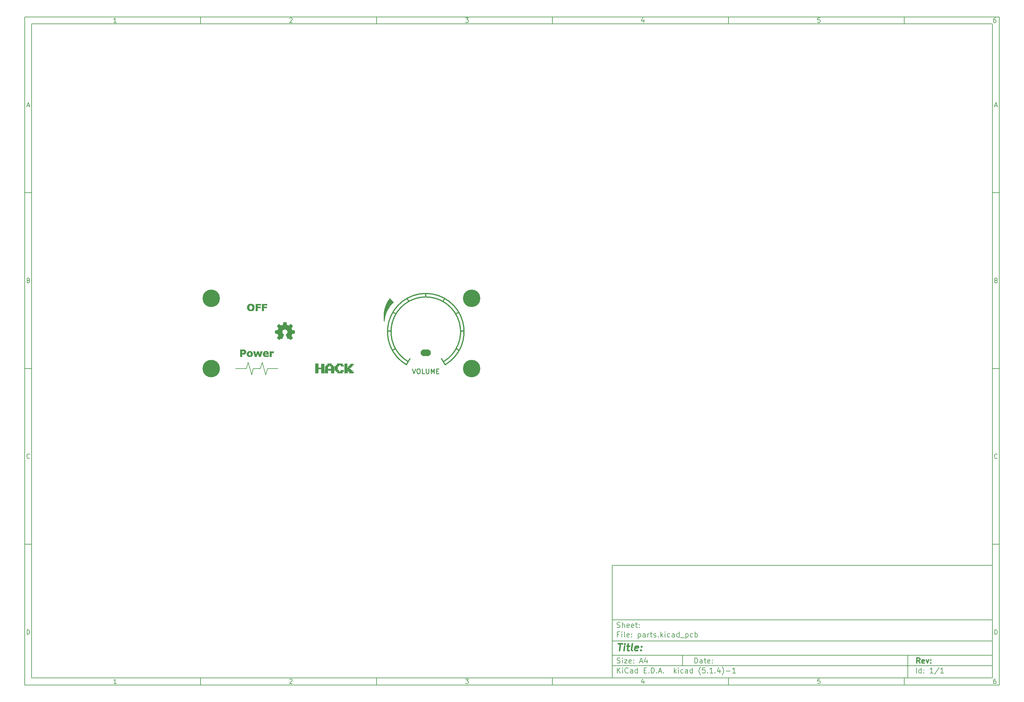
<source format=gts>
G04 #@! TF.GenerationSoftware,KiCad,Pcbnew,(5.1.4)-1*
G04 #@! TF.CreationDate,2020-02-22T21:07:06+08:00*
G04 #@! TF.ProjectId,parts,70617274-732e-46b6-9963-61645f706362,rev?*
G04 #@! TF.SameCoordinates,Original*
G04 #@! TF.FileFunction,Soldermask,Top*
G04 #@! TF.FilePolarity,Negative*
%FSLAX46Y46*%
G04 Gerber Fmt 4.6, Leading zero omitted, Abs format (unit mm)*
G04 Created by KiCad (PCBNEW (5.1.4)-1) date 2020-02-22 21:07:06*
%MOMM*%
%LPD*%
G04 APERTURE LIST*
%ADD10C,0.150000*%
%ADD11C,0.300000*%
%ADD12C,0.400000*%
%ADD13C,0.200000*%
%ADD14C,0.280000*%
%ADD15C,0.320000*%
%ADD16C,0.010000*%
%ADD17C,0.002540*%
%ADD18O,2.900000X1.900000*%
%ADD19C,1.000000*%
%ADD20C,4.960000*%
G04 APERTURE END LIST*
D10*
X177002200Y-166007200D02*
X177002200Y-198007200D01*
X285002200Y-198007200D01*
X285002200Y-166007200D01*
X177002200Y-166007200D01*
X10000000Y-10000000D02*
X10000000Y-200007200D01*
X287002200Y-200007200D01*
X287002200Y-10000000D01*
X10000000Y-10000000D01*
X12000000Y-12000000D02*
X12000000Y-198007200D01*
X285002200Y-198007200D01*
X285002200Y-12000000D01*
X12000000Y-12000000D01*
X60000000Y-12000000D02*
X60000000Y-10000000D01*
X110000000Y-12000000D02*
X110000000Y-10000000D01*
X160000000Y-12000000D02*
X160000000Y-10000000D01*
X210000000Y-12000000D02*
X210000000Y-10000000D01*
X260000000Y-12000000D02*
X260000000Y-10000000D01*
X36065476Y-11588095D02*
X35322619Y-11588095D01*
X35694047Y-11588095D02*
X35694047Y-10288095D01*
X35570238Y-10473809D01*
X35446428Y-10597619D01*
X35322619Y-10659523D01*
X85322619Y-10411904D02*
X85384523Y-10350000D01*
X85508333Y-10288095D01*
X85817857Y-10288095D01*
X85941666Y-10350000D01*
X86003571Y-10411904D01*
X86065476Y-10535714D01*
X86065476Y-10659523D01*
X86003571Y-10845238D01*
X85260714Y-11588095D01*
X86065476Y-11588095D01*
X135260714Y-10288095D02*
X136065476Y-10288095D01*
X135632142Y-10783333D01*
X135817857Y-10783333D01*
X135941666Y-10845238D01*
X136003571Y-10907142D01*
X136065476Y-11030952D01*
X136065476Y-11340476D01*
X136003571Y-11464285D01*
X135941666Y-11526190D01*
X135817857Y-11588095D01*
X135446428Y-11588095D01*
X135322619Y-11526190D01*
X135260714Y-11464285D01*
X185941666Y-10721428D02*
X185941666Y-11588095D01*
X185632142Y-10226190D02*
X185322619Y-11154761D01*
X186127380Y-11154761D01*
X236003571Y-10288095D02*
X235384523Y-10288095D01*
X235322619Y-10907142D01*
X235384523Y-10845238D01*
X235508333Y-10783333D01*
X235817857Y-10783333D01*
X235941666Y-10845238D01*
X236003571Y-10907142D01*
X236065476Y-11030952D01*
X236065476Y-11340476D01*
X236003571Y-11464285D01*
X235941666Y-11526190D01*
X235817857Y-11588095D01*
X235508333Y-11588095D01*
X235384523Y-11526190D01*
X235322619Y-11464285D01*
X285941666Y-10288095D02*
X285694047Y-10288095D01*
X285570238Y-10350000D01*
X285508333Y-10411904D01*
X285384523Y-10597619D01*
X285322619Y-10845238D01*
X285322619Y-11340476D01*
X285384523Y-11464285D01*
X285446428Y-11526190D01*
X285570238Y-11588095D01*
X285817857Y-11588095D01*
X285941666Y-11526190D01*
X286003571Y-11464285D01*
X286065476Y-11340476D01*
X286065476Y-11030952D01*
X286003571Y-10907142D01*
X285941666Y-10845238D01*
X285817857Y-10783333D01*
X285570238Y-10783333D01*
X285446428Y-10845238D01*
X285384523Y-10907142D01*
X285322619Y-11030952D01*
X60000000Y-198007200D02*
X60000000Y-200007200D01*
X110000000Y-198007200D02*
X110000000Y-200007200D01*
X160000000Y-198007200D02*
X160000000Y-200007200D01*
X210000000Y-198007200D02*
X210000000Y-200007200D01*
X260000000Y-198007200D02*
X260000000Y-200007200D01*
X36065476Y-199595295D02*
X35322619Y-199595295D01*
X35694047Y-199595295D02*
X35694047Y-198295295D01*
X35570238Y-198481009D01*
X35446428Y-198604819D01*
X35322619Y-198666723D01*
X85322619Y-198419104D02*
X85384523Y-198357200D01*
X85508333Y-198295295D01*
X85817857Y-198295295D01*
X85941666Y-198357200D01*
X86003571Y-198419104D01*
X86065476Y-198542914D01*
X86065476Y-198666723D01*
X86003571Y-198852438D01*
X85260714Y-199595295D01*
X86065476Y-199595295D01*
X135260714Y-198295295D02*
X136065476Y-198295295D01*
X135632142Y-198790533D01*
X135817857Y-198790533D01*
X135941666Y-198852438D01*
X136003571Y-198914342D01*
X136065476Y-199038152D01*
X136065476Y-199347676D01*
X136003571Y-199471485D01*
X135941666Y-199533390D01*
X135817857Y-199595295D01*
X135446428Y-199595295D01*
X135322619Y-199533390D01*
X135260714Y-199471485D01*
X185941666Y-198728628D02*
X185941666Y-199595295D01*
X185632142Y-198233390D02*
X185322619Y-199161961D01*
X186127380Y-199161961D01*
X236003571Y-198295295D02*
X235384523Y-198295295D01*
X235322619Y-198914342D01*
X235384523Y-198852438D01*
X235508333Y-198790533D01*
X235817857Y-198790533D01*
X235941666Y-198852438D01*
X236003571Y-198914342D01*
X236065476Y-199038152D01*
X236065476Y-199347676D01*
X236003571Y-199471485D01*
X235941666Y-199533390D01*
X235817857Y-199595295D01*
X235508333Y-199595295D01*
X235384523Y-199533390D01*
X235322619Y-199471485D01*
X285941666Y-198295295D02*
X285694047Y-198295295D01*
X285570238Y-198357200D01*
X285508333Y-198419104D01*
X285384523Y-198604819D01*
X285322619Y-198852438D01*
X285322619Y-199347676D01*
X285384523Y-199471485D01*
X285446428Y-199533390D01*
X285570238Y-199595295D01*
X285817857Y-199595295D01*
X285941666Y-199533390D01*
X286003571Y-199471485D01*
X286065476Y-199347676D01*
X286065476Y-199038152D01*
X286003571Y-198914342D01*
X285941666Y-198852438D01*
X285817857Y-198790533D01*
X285570238Y-198790533D01*
X285446428Y-198852438D01*
X285384523Y-198914342D01*
X285322619Y-199038152D01*
X10000000Y-60000000D02*
X12000000Y-60000000D01*
X10000000Y-110000000D02*
X12000000Y-110000000D01*
X10000000Y-160000000D02*
X12000000Y-160000000D01*
X10690476Y-35216666D02*
X11309523Y-35216666D01*
X10566666Y-35588095D02*
X11000000Y-34288095D01*
X11433333Y-35588095D01*
X11092857Y-84907142D02*
X11278571Y-84969047D01*
X11340476Y-85030952D01*
X11402380Y-85154761D01*
X11402380Y-85340476D01*
X11340476Y-85464285D01*
X11278571Y-85526190D01*
X11154761Y-85588095D01*
X10659523Y-85588095D01*
X10659523Y-84288095D01*
X11092857Y-84288095D01*
X11216666Y-84350000D01*
X11278571Y-84411904D01*
X11340476Y-84535714D01*
X11340476Y-84659523D01*
X11278571Y-84783333D01*
X11216666Y-84845238D01*
X11092857Y-84907142D01*
X10659523Y-84907142D01*
X11402380Y-135464285D02*
X11340476Y-135526190D01*
X11154761Y-135588095D01*
X11030952Y-135588095D01*
X10845238Y-135526190D01*
X10721428Y-135402380D01*
X10659523Y-135278571D01*
X10597619Y-135030952D01*
X10597619Y-134845238D01*
X10659523Y-134597619D01*
X10721428Y-134473809D01*
X10845238Y-134350000D01*
X11030952Y-134288095D01*
X11154761Y-134288095D01*
X11340476Y-134350000D01*
X11402380Y-134411904D01*
X10659523Y-185588095D02*
X10659523Y-184288095D01*
X10969047Y-184288095D01*
X11154761Y-184350000D01*
X11278571Y-184473809D01*
X11340476Y-184597619D01*
X11402380Y-184845238D01*
X11402380Y-185030952D01*
X11340476Y-185278571D01*
X11278571Y-185402380D01*
X11154761Y-185526190D01*
X10969047Y-185588095D01*
X10659523Y-185588095D01*
X287002200Y-60000000D02*
X285002200Y-60000000D01*
X287002200Y-110000000D02*
X285002200Y-110000000D01*
X287002200Y-160000000D02*
X285002200Y-160000000D01*
X285692676Y-35216666D02*
X286311723Y-35216666D01*
X285568866Y-35588095D02*
X286002200Y-34288095D01*
X286435533Y-35588095D01*
X286095057Y-84907142D02*
X286280771Y-84969047D01*
X286342676Y-85030952D01*
X286404580Y-85154761D01*
X286404580Y-85340476D01*
X286342676Y-85464285D01*
X286280771Y-85526190D01*
X286156961Y-85588095D01*
X285661723Y-85588095D01*
X285661723Y-84288095D01*
X286095057Y-84288095D01*
X286218866Y-84350000D01*
X286280771Y-84411904D01*
X286342676Y-84535714D01*
X286342676Y-84659523D01*
X286280771Y-84783333D01*
X286218866Y-84845238D01*
X286095057Y-84907142D01*
X285661723Y-84907142D01*
X286404580Y-135464285D02*
X286342676Y-135526190D01*
X286156961Y-135588095D01*
X286033152Y-135588095D01*
X285847438Y-135526190D01*
X285723628Y-135402380D01*
X285661723Y-135278571D01*
X285599819Y-135030952D01*
X285599819Y-134845238D01*
X285661723Y-134597619D01*
X285723628Y-134473809D01*
X285847438Y-134350000D01*
X286033152Y-134288095D01*
X286156961Y-134288095D01*
X286342676Y-134350000D01*
X286404580Y-134411904D01*
X285661723Y-185588095D02*
X285661723Y-184288095D01*
X285971247Y-184288095D01*
X286156961Y-184350000D01*
X286280771Y-184473809D01*
X286342676Y-184597619D01*
X286404580Y-184845238D01*
X286404580Y-185030952D01*
X286342676Y-185278571D01*
X286280771Y-185402380D01*
X286156961Y-185526190D01*
X285971247Y-185588095D01*
X285661723Y-185588095D01*
X200434342Y-193785771D02*
X200434342Y-192285771D01*
X200791485Y-192285771D01*
X201005771Y-192357200D01*
X201148628Y-192500057D01*
X201220057Y-192642914D01*
X201291485Y-192928628D01*
X201291485Y-193142914D01*
X201220057Y-193428628D01*
X201148628Y-193571485D01*
X201005771Y-193714342D01*
X200791485Y-193785771D01*
X200434342Y-193785771D01*
X202577200Y-193785771D02*
X202577200Y-193000057D01*
X202505771Y-192857200D01*
X202362914Y-192785771D01*
X202077200Y-192785771D01*
X201934342Y-192857200D01*
X202577200Y-193714342D02*
X202434342Y-193785771D01*
X202077200Y-193785771D01*
X201934342Y-193714342D01*
X201862914Y-193571485D01*
X201862914Y-193428628D01*
X201934342Y-193285771D01*
X202077200Y-193214342D01*
X202434342Y-193214342D01*
X202577200Y-193142914D01*
X203077200Y-192785771D02*
X203648628Y-192785771D01*
X203291485Y-192285771D02*
X203291485Y-193571485D01*
X203362914Y-193714342D01*
X203505771Y-193785771D01*
X203648628Y-193785771D01*
X204720057Y-193714342D02*
X204577200Y-193785771D01*
X204291485Y-193785771D01*
X204148628Y-193714342D01*
X204077200Y-193571485D01*
X204077200Y-193000057D01*
X204148628Y-192857200D01*
X204291485Y-192785771D01*
X204577200Y-192785771D01*
X204720057Y-192857200D01*
X204791485Y-193000057D01*
X204791485Y-193142914D01*
X204077200Y-193285771D01*
X205434342Y-193642914D02*
X205505771Y-193714342D01*
X205434342Y-193785771D01*
X205362914Y-193714342D01*
X205434342Y-193642914D01*
X205434342Y-193785771D01*
X205434342Y-192857200D02*
X205505771Y-192928628D01*
X205434342Y-193000057D01*
X205362914Y-192928628D01*
X205434342Y-192857200D01*
X205434342Y-193000057D01*
X177002200Y-194507200D02*
X285002200Y-194507200D01*
X178434342Y-196585771D02*
X178434342Y-195085771D01*
X179291485Y-196585771D02*
X178648628Y-195728628D01*
X179291485Y-195085771D02*
X178434342Y-195942914D01*
X179934342Y-196585771D02*
X179934342Y-195585771D01*
X179934342Y-195085771D02*
X179862914Y-195157200D01*
X179934342Y-195228628D01*
X180005771Y-195157200D01*
X179934342Y-195085771D01*
X179934342Y-195228628D01*
X181505771Y-196442914D02*
X181434342Y-196514342D01*
X181220057Y-196585771D01*
X181077200Y-196585771D01*
X180862914Y-196514342D01*
X180720057Y-196371485D01*
X180648628Y-196228628D01*
X180577200Y-195942914D01*
X180577200Y-195728628D01*
X180648628Y-195442914D01*
X180720057Y-195300057D01*
X180862914Y-195157200D01*
X181077200Y-195085771D01*
X181220057Y-195085771D01*
X181434342Y-195157200D01*
X181505771Y-195228628D01*
X182791485Y-196585771D02*
X182791485Y-195800057D01*
X182720057Y-195657200D01*
X182577200Y-195585771D01*
X182291485Y-195585771D01*
X182148628Y-195657200D01*
X182791485Y-196514342D02*
X182648628Y-196585771D01*
X182291485Y-196585771D01*
X182148628Y-196514342D01*
X182077200Y-196371485D01*
X182077200Y-196228628D01*
X182148628Y-196085771D01*
X182291485Y-196014342D01*
X182648628Y-196014342D01*
X182791485Y-195942914D01*
X184148628Y-196585771D02*
X184148628Y-195085771D01*
X184148628Y-196514342D02*
X184005771Y-196585771D01*
X183720057Y-196585771D01*
X183577200Y-196514342D01*
X183505771Y-196442914D01*
X183434342Y-196300057D01*
X183434342Y-195871485D01*
X183505771Y-195728628D01*
X183577200Y-195657200D01*
X183720057Y-195585771D01*
X184005771Y-195585771D01*
X184148628Y-195657200D01*
X186005771Y-195800057D02*
X186505771Y-195800057D01*
X186720057Y-196585771D02*
X186005771Y-196585771D01*
X186005771Y-195085771D01*
X186720057Y-195085771D01*
X187362914Y-196442914D02*
X187434342Y-196514342D01*
X187362914Y-196585771D01*
X187291485Y-196514342D01*
X187362914Y-196442914D01*
X187362914Y-196585771D01*
X188077200Y-196585771D02*
X188077200Y-195085771D01*
X188434342Y-195085771D01*
X188648628Y-195157200D01*
X188791485Y-195300057D01*
X188862914Y-195442914D01*
X188934342Y-195728628D01*
X188934342Y-195942914D01*
X188862914Y-196228628D01*
X188791485Y-196371485D01*
X188648628Y-196514342D01*
X188434342Y-196585771D01*
X188077200Y-196585771D01*
X189577200Y-196442914D02*
X189648628Y-196514342D01*
X189577200Y-196585771D01*
X189505771Y-196514342D01*
X189577200Y-196442914D01*
X189577200Y-196585771D01*
X190220057Y-196157200D02*
X190934342Y-196157200D01*
X190077200Y-196585771D02*
X190577200Y-195085771D01*
X191077200Y-196585771D01*
X191577200Y-196442914D02*
X191648628Y-196514342D01*
X191577200Y-196585771D01*
X191505771Y-196514342D01*
X191577200Y-196442914D01*
X191577200Y-196585771D01*
X194577200Y-196585771D02*
X194577200Y-195085771D01*
X194720057Y-196014342D02*
X195148628Y-196585771D01*
X195148628Y-195585771D02*
X194577200Y-196157200D01*
X195791485Y-196585771D02*
X195791485Y-195585771D01*
X195791485Y-195085771D02*
X195720057Y-195157200D01*
X195791485Y-195228628D01*
X195862914Y-195157200D01*
X195791485Y-195085771D01*
X195791485Y-195228628D01*
X197148628Y-196514342D02*
X197005771Y-196585771D01*
X196720057Y-196585771D01*
X196577200Y-196514342D01*
X196505771Y-196442914D01*
X196434342Y-196300057D01*
X196434342Y-195871485D01*
X196505771Y-195728628D01*
X196577200Y-195657200D01*
X196720057Y-195585771D01*
X197005771Y-195585771D01*
X197148628Y-195657200D01*
X198434342Y-196585771D02*
X198434342Y-195800057D01*
X198362914Y-195657200D01*
X198220057Y-195585771D01*
X197934342Y-195585771D01*
X197791485Y-195657200D01*
X198434342Y-196514342D02*
X198291485Y-196585771D01*
X197934342Y-196585771D01*
X197791485Y-196514342D01*
X197720057Y-196371485D01*
X197720057Y-196228628D01*
X197791485Y-196085771D01*
X197934342Y-196014342D01*
X198291485Y-196014342D01*
X198434342Y-195942914D01*
X199791485Y-196585771D02*
X199791485Y-195085771D01*
X199791485Y-196514342D02*
X199648628Y-196585771D01*
X199362914Y-196585771D01*
X199220057Y-196514342D01*
X199148628Y-196442914D01*
X199077200Y-196300057D01*
X199077200Y-195871485D01*
X199148628Y-195728628D01*
X199220057Y-195657200D01*
X199362914Y-195585771D01*
X199648628Y-195585771D01*
X199791485Y-195657200D01*
X202077200Y-197157200D02*
X202005771Y-197085771D01*
X201862914Y-196871485D01*
X201791485Y-196728628D01*
X201720057Y-196514342D01*
X201648628Y-196157200D01*
X201648628Y-195871485D01*
X201720057Y-195514342D01*
X201791485Y-195300057D01*
X201862914Y-195157200D01*
X202005771Y-194942914D01*
X202077200Y-194871485D01*
X203362914Y-195085771D02*
X202648628Y-195085771D01*
X202577200Y-195800057D01*
X202648628Y-195728628D01*
X202791485Y-195657200D01*
X203148628Y-195657200D01*
X203291485Y-195728628D01*
X203362914Y-195800057D01*
X203434342Y-195942914D01*
X203434342Y-196300057D01*
X203362914Y-196442914D01*
X203291485Y-196514342D01*
X203148628Y-196585771D01*
X202791485Y-196585771D01*
X202648628Y-196514342D01*
X202577200Y-196442914D01*
X204077200Y-196442914D02*
X204148628Y-196514342D01*
X204077200Y-196585771D01*
X204005771Y-196514342D01*
X204077200Y-196442914D01*
X204077200Y-196585771D01*
X205577200Y-196585771D02*
X204720057Y-196585771D01*
X205148628Y-196585771D02*
X205148628Y-195085771D01*
X205005771Y-195300057D01*
X204862914Y-195442914D01*
X204720057Y-195514342D01*
X206220057Y-196442914D02*
X206291485Y-196514342D01*
X206220057Y-196585771D01*
X206148628Y-196514342D01*
X206220057Y-196442914D01*
X206220057Y-196585771D01*
X207577200Y-195585771D02*
X207577200Y-196585771D01*
X207220057Y-195014342D02*
X206862914Y-196085771D01*
X207791485Y-196085771D01*
X208220057Y-197157200D02*
X208291485Y-197085771D01*
X208434342Y-196871485D01*
X208505771Y-196728628D01*
X208577200Y-196514342D01*
X208648628Y-196157200D01*
X208648628Y-195871485D01*
X208577200Y-195514342D01*
X208505771Y-195300057D01*
X208434342Y-195157200D01*
X208291485Y-194942914D01*
X208220057Y-194871485D01*
X209362914Y-196014342D02*
X210505771Y-196014342D01*
X212005771Y-196585771D02*
X211148628Y-196585771D01*
X211577200Y-196585771D02*
X211577200Y-195085771D01*
X211434342Y-195300057D01*
X211291485Y-195442914D01*
X211148628Y-195514342D01*
X177002200Y-191507200D02*
X285002200Y-191507200D01*
D11*
X264411485Y-193785771D02*
X263911485Y-193071485D01*
X263554342Y-193785771D02*
X263554342Y-192285771D01*
X264125771Y-192285771D01*
X264268628Y-192357200D01*
X264340057Y-192428628D01*
X264411485Y-192571485D01*
X264411485Y-192785771D01*
X264340057Y-192928628D01*
X264268628Y-193000057D01*
X264125771Y-193071485D01*
X263554342Y-193071485D01*
X265625771Y-193714342D02*
X265482914Y-193785771D01*
X265197200Y-193785771D01*
X265054342Y-193714342D01*
X264982914Y-193571485D01*
X264982914Y-193000057D01*
X265054342Y-192857200D01*
X265197200Y-192785771D01*
X265482914Y-192785771D01*
X265625771Y-192857200D01*
X265697200Y-193000057D01*
X265697200Y-193142914D01*
X264982914Y-193285771D01*
X266197200Y-192785771D02*
X266554342Y-193785771D01*
X266911485Y-192785771D01*
X267482914Y-193642914D02*
X267554342Y-193714342D01*
X267482914Y-193785771D01*
X267411485Y-193714342D01*
X267482914Y-193642914D01*
X267482914Y-193785771D01*
X267482914Y-192857200D02*
X267554342Y-192928628D01*
X267482914Y-193000057D01*
X267411485Y-192928628D01*
X267482914Y-192857200D01*
X267482914Y-193000057D01*
D10*
X178362914Y-193714342D02*
X178577200Y-193785771D01*
X178934342Y-193785771D01*
X179077200Y-193714342D01*
X179148628Y-193642914D01*
X179220057Y-193500057D01*
X179220057Y-193357200D01*
X179148628Y-193214342D01*
X179077200Y-193142914D01*
X178934342Y-193071485D01*
X178648628Y-193000057D01*
X178505771Y-192928628D01*
X178434342Y-192857200D01*
X178362914Y-192714342D01*
X178362914Y-192571485D01*
X178434342Y-192428628D01*
X178505771Y-192357200D01*
X178648628Y-192285771D01*
X179005771Y-192285771D01*
X179220057Y-192357200D01*
X179862914Y-193785771D02*
X179862914Y-192785771D01*
X179862914Y-192285771D02*
X179791485Y-192357200D01*
X179862914Y-192428628D01*
X179934342Y-192357200D01*
X179862914Y-192285771D01*
X179862914Y-192428628D01*
X180434342Y-192785771D02*
X181220057Y-192785771D01*
X180434342Y-193785771D01*
X181220057Y-193785771D01*
X182362914Y-193714342D02*
X182220057Y-193785771D01*
X181934342Y-193785771D01*
X181791485Y-193714342D01*
X181720057Y-193571485D01*
X181720057Y-193000057D01*
X181791485Y-192857200D01*
X181934342Y-192785771D01*
X182220057Y-192785771D01*
X182362914Y-192857200D01*
X182434342Y-193000057D01*
X182434342Y-193142914D01*
X181720057Y-193285771D01*
X183077200Y-193642914D02*
X183148628Y-193714342D01*
X183077200Y-193785771D01*
X183005771Y-193714342D01*
X183077200Y-193642914D01*
X183077200Y-193785771D01*
X183077200Y-192857200D02*
X183148628Y-192928628D01*
X183077200Y-193000057D01*
X183005771Y-192928628D01*
X183077200Y-192857200D01*
X183077200Y-193000057D01*
X184862914Y-193357200D02*
X185577200Y-193357200D01*
X184720057Y-193785771D02*
X185220057Y-192285771D01*
X185720057Y-193785771D01*
X186862914Y-192785771D02*
X186862914Y-193785771D01*
X186505771Y-192214342D02*
X186148628Y-193285771D01*
X187077200Y-193285771D01*
X263434342Y-196585771D02*
X263434342Y-195085771D01*
X264791485Y-196585771D02*
X264791485Y-195085771D01*
X264791485Y-196514342D02*
X264648628Y-196585771D01*
X264362914Y-196585771D01*
X264220057Y-196514342D01*
X264148628Y-196442914D01*
X264077200Y-196300057D01*
X264077200Y-195871485D01*
X264148628Y-195728628D01*
X264220057Y-195657200D01*
X264362914Y-195585771D01*
X264648628Y-195585771D01*
X264791485Y-195657200D01*
X265505771Y-196442914D02*
X265577200Y-196514342D01*
X265505771Y-196585771D01*
X265434342Y-196514342D01*
X265505771Y-196442914D01*
X265505771Y-196585771D01*
X265505771Y-195657200D02*
X265577200Y-195728628D01*
X265505771Y-195800057D01*
X265434342Y-195728628D01*
X265505771Y-195657200D01*
X265505771Y-195800057D01*
X268148628Y-196585771D02*
X267291485Y-196585771D01*
X267720057Y-196585771D02*
X267720057Y-195085771D01*
X267577200Y-195300057D01*
X267434342Y-195442914D01*
X267291485Y-195514342D01*
X269862914Y-195014342D02*
X268577200Y-196942914D01*
X271148628Y-196585771D02*
X270291485Y-196585771D01*
X270720057Y-196585771D02*
X270720057Y-195085771D01*
X270577200Y-195300057D01*
X270434342Y-195442914D01*
X270291485Y-195514342D01*
X177002200Y-187507200D02*
X285002200Y-187507200D01*
D12*
X178714580Y-188211961D02*
X179857438Y-188211961D01*
X179036009Y-190211961D02*
X179286009Y-188211961D01*
X180274104Y-190211961D02*
X180440771Y-188878628D01*
X180524104Y-188211961D02*
X180416961Y-188307200D01*
X180500295Y-188402438D01*
X180607438Y-188307200D01*
X180524104Y-188211961D01*
X180500295Y-188402438D01*
X181107438Y-188878628D02*
X181869342Y-188878628D01*
X181476485Y-188211961D02*
X181262200Y-189926247D01*
X181333628Y-190116723D01*
X181512200Y-190211961D01*
X181702676Y-190211961D01*
X182655057Y-190211961D02*
X182476485Y-190116723D01*
X182405057Y-189926247D01*
X182619342Y-188211961D01*
X184190771Y-190116723D02*
X183988390Y-190211961D01*
X183607438Y-190211961D01*
X183428866Y-190116723D01*
X183357438Y-189926247D01*
X183452676Y-189164342D01*
X183571723Y-188973866D01*
X183774104Y-188878628D01*
X184155057Y-188878628D01*
X184333628Y-188973866D01*
X184405057Y-189164342D01*
X184381247Y-189354819D01*
X183405057Y-189545295D01*
X185155057Y-190021485D02*
X185238390Y-190116723D01*
X185131247Y-190211961D01*
X185047914Y-190116723D01*
X185155057Y-190021485D01*
X185131247Y-190211961D01*
X185286009Y-188973866D02*
X185369342Y-189069104D01*
X185262200Y-189164342D01*
X185178866Y-189069104D01*
X185286009Y-188973866D01*
X185262200Y-189164342D01*
D10*
X178934342Y-185600057D02*
X178434342Y-185600057D01*
X178434342Y-186385771D02*
X178434342Y-184885771D01*
X179148628Y-184885771D01*
X179720057Y-186385771D02*
X179720057Y-185385771D01*
X179720057Y-184885771D02*
X179648628Y-184957200D01*
X179720057Y-185028628D01*
X179791485Y-184957200D01*
X179720057Y-184885771D01*
X179720057Y-185028628D01*
X180648628Y-186385771D02*
X180505771Y-186314342D01*
X180434342Y-186171485D01*
X180434342Y-184885771D01*
X181791485Y-186314342D02*
X181648628Y-186385771D01*
X181362914Y-186385771D01*
X181220057Y-186314342D01*
X181148628Y-186171485D01*
X181148628Y-185600057D01*
X181220057Y-185457200D01*
X181362914Y-185385771D01*
X181648628Y-185385771D01*
X181791485Y-185457200D01*
X181862914Y-185600057D01*
X181862914Y-185742914D01*
X181148628Y-185885771D01*
X182505771Y-186242914D02*
X182577200Y-186314342D01*
X182505771Y-186385771D01*
X182434342Y-186314342D01*
X182505771Y-186242914D01*
X182505771Y-186385771D01*
X182505771Y-185457200D02*
X182577200Y-185528628D01*
X182505771Y-185600057D01*
X182434342Y-185528628D01*
X182505771Y-185457200D01*
X182505771Y-185600057D01*
X184362914Y-185385771D02*
X184362914Y-186885771D01*
X184362914Y-185457200D02*
X184505771Y-185385771D01*
X184791485Y-185385771D01*
X184934342Y-185457200D01*
X185005771Y-185528628D01*
X185077200Y-185671485D01*
X185077200Y-186100057D01*
X185005771Y-186242914D01*
X184934342Y-186314342D01*
X184791485Y-186385771D01*
X184505771Y-186385771D01*
X184362914Y-186314342D01*
X186362914Y-186385771D02*
X186362914Y-185600057D01*
X186291485Y-185457200D01*
X186148628Y-185385771D01*
X185862914Y-185385771D01*
X185720057Y-185457200D01*
X186362914Y-186314342D02*
X186220057Y-186385771D01*
X185862914Y-186385771D01*
X185720057Y-186314342D01*
X185648628Y-186171485D01*
X185648628Y-186028628D01*
X185720057Y-185885771D01*
X185862914Y-185814342D01*
X186220057Y-185814342D01*
X186362914Y-185742914D01*
X187077200Y-186385771D02*
X187077200Y-185385771D01*
X187077200Y-185671485D02*
X187148628Y-185528628D01*
X187220057Y-185457200D01*
X187362914Y-185385771D01*
X187505771Y-185385771D01*
X187791485Y-185385771D02*
X188362914Y-185385771D01*
X188005771Y-184885771D02*
X188005771Y-186171485D01*
X188077200Y-186314342D01*
X188220057Y-186385771D01*
X188362914Y-186385771D01*
X188791485Y-186314342D02*
X188934342Y-186385771D01*
X189220057Y-186385771D01*
X189362914Y-186314342D01*
X189434342Y-186171485D01*
X189434342Y-186100057D01*
X189362914Y-185957200D01*
X189220057Y-185885771D01*
X189005771Y-185885771D01*
X188862914Y-185814342D01*
X188791485Y-185671485D01*
X188791485Y-185600057D01*
X188862914Y-185457200D01*
X189005771Y-185385771D01*
X189220057Y-185385771D01*
X189362914Y-185457200D01*
X190077200Y-186242914D02*
X190148628Y-186314342D01*
X190077200Y-186385771D01*
X190005771Y-186314342D01*
X190077200Y-186242914D01*
X190077200Y-186385771D01*
X190791485Y-186385771D02*
X190791485Y-184885771D01*
X190934342Y-185814342D02*
X191362914Y-186385771D01*
X191362914Y-185385771D02*
X190791485Y-185957200D01*
X192005771Y-186385771D02*
X192005771Y-185385771D01*
X192005771Y-184885771D02*
X191934342Y-184957200D01*
X192005771Y-185028628D01*
X192077200Y-184957200D01*
X192005771Y-184885771D01*
X192005771Y-185028628D01*
X193362914Y-186314342D02*
X193220057Y-186385771D01*
X192934342Y-186385771D01*
X192791485Y-186314342D01*
X192720057Y-186242914D01*
X192648628Y-186100057D01*
X192648628Y-185671485D01*
X192720057Y-185528628D01*
X192791485Y-185457200D01*
X192934342Y-185385771D01*
X193220057Y-185385771D01*
X193362914Y-185457200D01*
X194648628Y-186385771D02*
X194648628Y-185600057D01*
X194577200Y-185457200D01*
X194434342Y-185385771D01*
X194148628Y-185385771D01*
X194005771Y-185457200D01*
X194648628Y-186314342D02*
X194505771Y-186385771D01*
X194148628Y-186385771D01*
X194005771Y-186314342D01*
X193934342Y-186171485D01*
X193934342Y-186028628D01*
X194005771Y-185885771D01*
X194148628Y-185814342D01*
X194505771Y-185814342D01*
X194648628Y-185742914D01*
X196005771Y-186385771D02*
X196005771Y-184885771D01*
X196005771Y-186314342D02*
X195862914Y-186385771D01*
X195577200Y-186385771D01*
X195434342Y-186314342D01*
X195362914Y-186242914D01*
X195291485Y-186100057D01*
X195291485Y-185671485D01*
X195362914Y-185528628D01*
X195434342Y-185457200D01*
X195577200Y-185385771D01*
X195862914Y-185385771D01*
X196005771Y-185457200D01*
X196362914Y-186528628D02*
X197505771Y-186528628D01*
X197862914Y-185385771D02*
X197862914Y-186885771D01*
X197862914Y-185457200D02*
X198005771Y-185385771D01*
X198291485Y-185385771D01*
X198434342Y-185457200D01*
X198505771Y-185528628D01*
X198577200Y-185671485D01*
X198577200Y-186100057D01*
X198505771Y-186242914D01*
X198434342Y-186314342D01*
X198291485Y-186385771D01*
X198005771Y-186385771D01*
X197862914Y-186314342D01*
X199862914Y-186314342D02*
X199720057Y-186385771D01*
X199434342Y-186385771D01*
X199291485Y-186314342D01*
X199220057Y-186242914D01*
X199148628Y-186100057D01*
X199148628Y-185671485D01*
X199220057Y-185528628D01*
X199291485Y-185457200D01*
X199434342Y-185385771D01*
X199720057Y-185385771D01*
X199862914Y-185457200D01*
X200505771Y-186385771D02*
X200505771Y-184885771D01*
X200505771Y-185457200D02*
X200648628Y-185385771D01*
X200934342Y-185385771D01*
X201077200Y-185457200D01*
X201148628Y-185528628D01*
X201220057Y-185671485D01*
X201220057Y-186100057D01*
X201148628Y-186242914D01*
X201077200Y-186314342D01*
X200934342Y-186385771D01*
X200648628Y-186385771D01*
X200505771Y-186314342D01*
X177002200Y-181507200D02*
X285002200Y-181507200D01*
X178362914Y-183614342D02*
X178577200Y-183685771D01*
X178934342Y-183685771D01*
X179077200Y-183614342D01*
X179148628Y-183542914D01*
X179220057Y-183400057D01*
X179220057Y-183257200D01*
X179148628Y-183114342D01*
X179077200Y-183042914D01*
X178934342Y-182971485D01*
X178648628Y-182900057D01*
X178505771Y-182828628D01*
X178434342Y-182757200D01*
X178362914Y-182614342D01*
X178362914Y-182471485D01*
X178434342Y-182328628D01*
X178505771Y-182257200D01*
X178648628Y-182185771D01*
X179005771Y-182185771D01*
X179220057Y-182257200D01*
X179862914Y-183685771D02*
X179862914Y-182185771D01*
X180505771Y-183685771D02*
X180505771Y-182900057D01*
X180434342Y-182757200D01*
X180291485Y-182685771D01*
X180077200Y-182685771D01*
X179934342Y-182757200D01*
X179862914Y-182828628D01*
X181791485Y-183614342D02*
X181648628Y-183685771D01*
X181362914Y-183685771D01*
X181220057Y-183614342D01*
X181148628Y-183471485D01*
X181148628Y-182900057D01*
X181220057Y-182757200D01*
X181362914Y-182685771D01*
X181648628Y-182685771D01*
X181791485Y-182757200D01*
X181862914Y-182900057D01*
X181862914Y-183042914D01*
X181148628Y-183185771D01*
X183077200Y-183614342D02*
X182934342Y-183685771D01*
X182648628Y-183685771D01*
X182505771Y-183614342D01*
X182434342Y-183471485D01*
X182434342Y-182900057D01*
X182505771Y-182757200D01*
X182648628Y-182685771D01*
X182934342Y-182685771D01*
X183077200Y-182757200D01*
X183148628Y-182900057D01*
X183148628Y-183042914D01*
X182434342Y-183185771D01*
X183577200Y-182685771D02*
X184148628Y-182685771D01*
X183791485Y-182185771D02*
X183791485Y-183471485D01*
X183862914Y-183614342D01*
X184005771Y-183685771D01*
X184148628Y-183685771D01*
X184648628Y-183542914D02*
X184720057Y-183614342D01*
X184648628Y-183685771D01*
X184577200Y-183614342D01*
X184648628Y-183542914D01*
X184648628Y-183685771D01*
X184648628Y-182757200D02*
X184720057Y-182828628D01*
X184648628Y-182900057D01*
X184577200Y-182828628D01*
X184648628Y-182757200D01*
X184648628Y-182900057D01*
X197002200Y-191507200D02*
X197002200Y-194507200D01*
X261002200Y-191507200D02*
X261002200Y-198007200D01*
D13*
X79000000Y-110000000D02*
X82000000Y-110000000D01*
X77000000Y-110000000D02*
X77500000Y-108200000D01*
X77500000Y-108200000D02*
X78500000Y-111800000D01*
X78500000Y-111800000D02*
X79000000Y-110000000D01*
X74500000Y-111800000D02*
X75000000Y-110000000D01*
X75000000Y-110000000D02*
X77000000Y-110000000D01*
X73500000Y-108200000D02*
X74500000Y-111800000D01*
X73000000Y-110000000D02*
X73500000Y-108200000D01*
X70000000Y-110000000D02*
X73000000Y-110000000D01*
D14*
X120179047Y-110055238D02*
X120632380Y-111415238D01*
X121085714Y-110055238D01*
X121798095Y-110055238D02*
X122057142Y-110055238D01*
X122186666Y-110120000D01*
X122316190Y-110249523D01*
X122380952Y-110508571D01*
X122380952Y-110961904D01*
X122316190Y-111220952D01*
X122186666Y-111350476D01*
X122057142Y-111415238D01*
X121798095Y-111415238D01*
X121668571Y-111350476D01*
X121539047Y-111220952D01*
X121474285Y-110961904D01*
X121474285Y-110508571D01*
X121539047Y-110249523D01*
X121668571Y-110120000D01*
X121798095Y-110055238D01*
X123611428Y-111415238D02*
X122963809Y-111415238D01*
X122963809Y-110055238D01*
X124064761Y-110055238D02*
X124064761Y-111156190D01*
X124129523Y-111285714D01*
X124194285Y-111350476D01*
X124323809Y-111415238D01*
X124582857Y-111415238D01*
X124712380Y-111350476D01*
X124777142Y-111285714D01*
X124841904Y-111156190D01*
X124841904Y-110055238D01*
X125489523Y-111415238D02*
X125489523Y-110055238D01*
X125942857Y-111026666D01*
X126396190Y-110055238D01*
X126396190Y-111415238D01*
X127043809Y-110702857D02*
X127497142Y-110702857D01*
X127691428Y-111415238D02*
X127043809Y-111415238D01*
X127043809Y-110055238D01*
X127691428Y-110055238D01*
D15*
X129011092Y-108053493D02*
G75*
G03X119000000Y-108060000I-5011092J8528493D01*
G01*
D11*
X132633840Y-104363840D02*
X133486279Y-104863333D01*
X132503840Y-94471160D02*
X133356279Y-93983333D01*
X128870000Y-90920000D02*
X129360000Y-90076666D01*
X119120000Y-90900000D02*
X118630000Y-90056666D01*
X115496160Y-94471160D02*
X114643721Y-93983333D01*
X115366160Y-104353840D02*
X114513721Y-104853333D01*
D15*
X129501488Y-108919130D02*
G75*
G03X118500000Y-108920000I-5501488J9394130D01*
G01*
D11*
X133892420Y-99383333D02*
X134880000Y-99383333D01*
D15*
X128500000Y-107180000D02*
X129490000Y-108910000D01*
X119500000Y-107180000D02*
X118510000Y-108910000D01*
D11*
X124000000Y-89630000D02*
X124000000Y-88650000D01*
X114117580Y-99383333D02*
X113130000Y-99383333D01*
D16*
G36*
X93392600Y-109716106D02*
G01*
X94281318Y-109716106D01*
X94284634Y-109164658D01*
X94287950Y-108613211D01*
X95126150Y-108613211D01*
X95129387Y-109926658D01*
X95132624Y-111240106D01*
X94307000Y-111240106D01*
X94307000Y-110117158D01*
X93418000Y-110117158D01*
X93418000Y-111240106D01*
X92579800Y-111240106D01*
X92579800Y-108606527D01*
X93392600Y-108606527D01*
X93392600Y-109716106D01*
X93392600Y-109716106D01*
G37*
X93392600Y-109716106D02*
X94281318Y-109716106D01*
X94284634Y-109164658D01*
X94287950Y-108613211D01*
X95126150Y-108613211D01*
X95129387Y-109926658D01*
X95132624Y-111240106D01*
X94307000Y-111240106D01*
X94307000Y-110117158D01*
X93418000Y-110117158D01*
X93418000Y-111240106D01*
X92579800Y-111240106D01*
X92579800Y-108606527D01*
X93392600Y-108606527D01*
X93392600Y-109716106D01*
G36*
X97164500Y-108967474D02*
G01*
X97532800Y-108967474D01*
X97532800Y-109341035D01*
X97707425Y-109344755D01*
X97882050Y-109348474D01*
X97888570Y-111240106D01*
X97062900Y-111240106D01*
X97062900Y-110504842D01*
X96148500Y-110504842D01*
X96148500Y-111240106D01*
X95322828Y-111240106D01*
X95329280Y-109381895D01*
X96161200Y-109381895D01*
X96161200Y-110103790D01*
X97050200Y-110103790D01*
X97050200Y-109368527D01*
X96707300Y-109368527D01*
X96707300Y-109007579D01*
X96491400Y-109007579D01*
X96491400Y-109381895D01*
X96161200Y-109381895D01*
X95329280Y-109381895D01*
X95329350Y-109361842D01*
X95490919Y-109358104D01*
X95652488Y-109354365D01*
X95659550Y-108987527D01*
X95840525Y-108983817D01*
X96021500Y-108980108D01*
X96021500Y-108606527D01*
X97164500Y-108606527D01*
X97164500Y-108967474D01*
X97164500Y-108967474D01*
G37*
X97164500Y-108967474D02*
X97532800Y-108967474D01*
X97532800Y-109341035D01*
X97707425Y-109344755D01*
X97882050Y-109348474D01*
X97888570Y-111240106D01*
X97062900Y-111240106D01*
X97062900Y-110504842D01*
X96148500Y-110504842D01*
X96148500Y-111240106D01*
X95322828Y-111240106D01*
X95329280Y-109381895D01*
X96161200Y-109381895D01*
X96161200Y-110103790D01*
X97050200Y-110103790D01*
X97050200Y-109368527D01*
X96707300Y-109368527D01*
X96707300Y-109007579D01*
X96491400Y-109007579D01*
X96491400Y-109381895D01*
X96161200Y-109381895D01*
X95329280Y-109381895D01*
X95329350Y-109361842D01*
X95490919Y-109358104D01*
X95652488Y-109354365D01*
X95659550Y-108987527D01*
X95840525Y-108983817D01*
X96021500Y-108980108D01*
X96021500Y-108606527D01*
X97164500Y-108606527D01*
X97164500Y-108967474D01*
G36*
X100301400Y-108953330D02*
G01*
X100637950Y-108960790D01*
X100641464Y-109157974D01*
X100644979Y-109355158D01*
X99818800Y-109355158D01*
X99818800Y-109007579D01*
X99272700Y-109007579D01*
X99272700Y-109355158D01*
X98917100Y-109355158D01*
X98917100Y-110464737D01*
X99260000Y-110464737D01*
X99260000Y-110839053D01*
X99792683Y-110839053D01*
X99796216Y-110655237D01*
X99799750Y-110471421D01*
X100637950Y-110471421D01*
X100641464Y-110668606D01*
X100644979Y-110865790D01*
X100301400Y-110865790D01*
X100301400Y-111240106D01*
X98802800Y-111240106D01*
X98802800Y-110892527D01*
X98434500Y-110892527D01*
X98434500Y-110491474D01*
X98078630Y-110491474D01*
X98085250Y-109335106D01*
X98408346Y-109327628D01*
X98411898Y-109157578D01*
X98415450Y-108987527D01*
X98583725Y-108983796D01*
X98752000Y-108980066D01*
X98752000Y-108606527D01*
X100301400Y-108606527D01*
X100301400Y-108953330D01*
X100301400Y-108953330D01*
G37*
X100301400Y-108953330D02*
X100637950Y-108960790D01*
X100641464Y-109157974D01*
X100644979Y-109355158D01*
X99818800Y-109355158D01*
X99818800Y-109007579D01*
X99272700Y-109007579D01*
X99272700Y-109355158D01*
X98917100Y-109355158D01*
X98917100Y-110464737D01*
X99260000Y-110464737D01*
X99260000Y-110839053D01*
X99792683Y-110839053D01*
X99796216Y-110655237D01*
X99799750Y-110471421D01*
X100637950Y-110471421D01*
X100641464Y-110668606D01*
X100644979Y-110865790D01*
X100301400Y-110865790D01*
X100301400Y-111240106D01*
X98802800Y-111240106D01*
X98802800Y-110892527D01*
X98434500Y-110892527D01*
X98434500Y-110491474D01*
X98078630Y-110491474D01*
X98085250Y-109335106D01*
X98408346Y-109327628D01*
X98411898Y-109157578D01*
X98415450Y-108987527D01*
X98583725Y-108983796D01*
X98752000Y-108980066D01*
X98752000Y-108606527D01*
X100301400Y-108606527D01*
X100301400Y-108953330D01*
G36*
X101660300Y-109729474D02*
G01*
X101863500Y-109729474D01*
X101863500Y-109355158D01*
X102206400Y-109355158D01*
X102206400Y-108980842D01*
X102548583Y-108980842D01*
X102552116Y-108797027D01*
X102555650Y-108613211D01*
X103393850Y-108613211D01*
X103397364Y-108810395D01*
X103400879Y-109007579D01*
X103070000Y-109007579D01*
X103070000Y-109381895D01*
X102727100Y-109381895D01*
X102727100Y-109756211D01*
X102333400Y-109756211D01*
X102333400Y-110077053D01*
X102676300Y-110077053D01*
X102676300Y-110464737D01*
X103057300Y-110464737D01*
X103057300Y-110838277D01*
X103393850Y-110845737D01*
X103397364Y-111042921D01*
X103400879Y-111240106D01*
X102219100Y-111240106D01*
X102219100Y-110892527D01*
X101876200Y-110892527D01*
X101876200Y-110504842D01*
X101685700Y-110504842D01*
X101685700Y-111240106D01*
X100834675Y-111240106D01*
X100837912Y-109926658D01*
X100841150Y-108613211D01*
X101250725Y-108609684D01*
X101660300Y-108606156D01*
X101660300Y-109729474D01*
X101660300Y-109729474D01*
G37*
X101660300Y-109729474D02*
X101863500Y-109729474D01*
X101863500Y-109355158D01*
X102206400Y-109355158D01*
X102206400Y-108980842D01*
X102548583Y-108980842D01*
X102552116Y-108797027D01*
X102555650Y-108613211D01*
X103393850Y-108613211D01*
X103397364Y-108810395D01*
X103400879Y-109007579D01*
X103070000Y-109007579D01*
X103070000Y-109381895D01*
X102727100Y-109381895D01*
X102727100Y-109756211D01*
X102333400Y-109756211D01*
X102333400Y-110077053D01*
X102676300Y-110077053D01*
X102676300Y-110464737D01*
X103057300Y-110464737D01*
X103057300Y-110838277D01*
X103393850Y-110845737D01*
X103397364Y-111042921D01*
X103400879Y-111240106D01*
X102219100Y-111240106D01*
X102219100Y-110892527D01*
X101876200Y-110892527D01*
X101876200Y-110504842D01*
X101685700Y-110504842D01*
X101685700Y-111240106D01*
X100834675Y-111240106D01*
X100837912Y-109926658D01*
X100841150Y-108613211D01*
X101250725Y-108609684D01*
X101660300Y-108606156D01*
X101660300Y-109729474D01*
G36*
X74217872Y-105065330D02*
G01*
X74389678Y-105136733D01*
X74541123Y-105244812D01*
X74663746Y-105390139D01*
X74693457Y-105440729D01*
X74723589Y-105506636D01*
X74742362Y-105578036D01*
X74752223Y-105670740D01*
X74755618Y-105800556D01*
X74755743Y-105843131D01*
X74748951Y-106024503D01*
X74724741Y-106164818D01*
X74677367Y-106279025D01*
X74601080Y-106382070D01*
X74516389Y-106465596D01*
X74367120Y-106564593D01*
X74184452Y-106628852D01*
X73981907Y-106656360D01*
X73773009Y-106645102D01*
X73597297Y-106602439D01*
X73429251Y-106516202D01*
X73293447Y-106388408D01*
X73193115Y-106226810D01*
X73131490Y-106039157D01*
X73111803Y-105833201D01*
X73122332Y-105743743D01*
X73630665Y-105743743D01*
X73632421Y-105939140D01*
X73634670Y-105962739D01*
X73667340Y-106118961D01*
X73727570Y-106228601D01*
X73806341Y-106286212D01*
X73920460Y-106311218D01*
X74033640Y-106301773D01*
X74105961Y-106270448D01*
X74184244Y-106191002D01*
X74232431Y-106079187D01*
X74253589Y-105926528D01*
X74255180Y-105857934D01*
X74240916Y-105667818D01*
X74197427Y-105525909D01*
X74123663Y-105430632D01*
X74018578Y-105380406D01*
X73931976Y-105371171D01*
X73813817Y-105396158D01*
X73723073Y-105468850D01*
X73661452Y-105585845D01*
X73630665Y-105743743D01*
X73122332Y-105743743D01*
X73137286Y-105616692D01*
X73156093Y-105544471D01*
X73233440Y-105375131D01*
X73349672Y-105238470D01*
X73496324Y-105135058D01*
X73664934Y-105065467D01*
X73847037Y-105030268D01*
X74034171Y-105030032D01*
X74217872Y-105065330D01*
X74217872Y-105065330D01*
G37*
X74217872Y-105065330D02*
X74389678Y-105136733D01*
X74541123Y-105244812D01*
X74663746Y-105390139D01*
X74693457Y-105440729D01*
X74723589Y-105506636D01*
X74742362Y-105578036D01*
X74752223Y-105670740D01*
X74755618Y-105800556D01*
X74755743Y-105843131D01*
X74748951Y-106024503D01*
X74724741Y-106164818D01*
X74677367Y-106279025D01*
X74601080Y-106382070D01*
X74516389Y-106465596D01*
X74367120Y-106564593D01*
X74184452Y-106628852D01*
X73981907Y-106656360D01*
X73773009Y-106645102D01*
X73597297Y-106602439D01*
X73429251Y-106516202D01*
X73293447Y-106388408D01*
X73193115Y-106226810D01*
X73131490Y-106039157D01*
X73111803Y-105833201D01*
X73122332Y-105743743D01*
X73630665Y-105743743D01*
X73632421Y-105939140D01*
X73634670Y-105962739D01*
X73667340Y-106118961D01*
X73727570Y-106228601D01*
X73806341Y-106286212D01*
X73920460Y-106311218D01*
X74033640Y-106301773D01*
X74105961Y-106270448D01*
X74184244Y-106191002D01*
X74232431Y-106079187D01*
X74253589Y-105926528D01*
X74255180Y-105857934D01*
X74240916Y-105667818D01*
X74197427Y-105525909D01*
X74123663Y-105430632D01*
X74018578Y-105380406D01*
X73931976Y-105371171D01*
X73813817Y-105396158D01*
X73723073Y-105468850D01*
X73661452Y-105585845D01*
X73630665Y-105743743D01*
X73122332Y-105743743D01*
X73137286Y-105616692D01*
X73156093Y-105544471D01*
X73233440Y-105375131D01*
X73349672Y-105238470D01*
X73496324Y-105135058D01*
X73664934Y-105065467D01*
X73847037Y-105030268D01*
X74034171Y-105030032D01*
X74217872Y-105065330D01*
G36*
X78683481Y-105044311D02*
G01*
X78781372Y-105052634D01*
X78858176Y-105070395D01*
X78931912Y-105100771D01*
X78960981Y-105115305D01*
X79096390Y-105206852D01*
X79192283Y-105325414D01*
X79252835Y-105478573D01*
X79282220Y-105673911D01*
X79283921Y-105701900D01*
X79296588Y-105943243D01*
X78202478Y-105943243D01*
X78202478Y-106012558D01*
X78228004Y-106100687D01*
X78295173Y-106186968D01*
X78389869Y-106256762D01*
X78469149Y-106289127D01*
X78632763Y-106310210D01*
X78815844Y-106296288D01*
X78994914Y-106250148D01*
X79072204Y-106217543D01*
X79156413Y-106177776D01*
X79218951Y-106150889D01*
X79242209Y-106143469D01*
X79251401Y-106169648D01*
X79258049Y-106238512D01*
X79260799Y-106335552D01*
X79260811Y-106342586D01*
X79260811Y-106541703D01*
X79110642Y-106588440D01*
X78964997Y-106620978D01*
X78789283Y-106641089D01*
X78603825Y-106648143D01*
X78428950Y-106641508D01*
X78284983Y-106620554D01*
X78262313Y-106614765D01*
X78074298Y-106537834D01*
X77915406Y-106424290D01*
X77796911Y-106282719D01*
X77774521Y-106243179D01*
X77736655Y-106159808D01*
X77714551Y-106078819D01*
X77704360Y-105979724D01*
X77702194Y-105858196D01*
X77715379Y-105657466D01*
X77715446Y-105657207D01*
X78177867Y-105657207D01*
X78810304Y-105657207D01*
X78792458Y-105564246D01*
X78746309Y-105456100D01*
X78663321Y-105382154D01*
X78555344Y-105346577D01*
X78434227Y-105353539D01*
X78324043Y-105399461D01*
X78264400Y-105437646D01*
X78232667Y-105461508D01*
X78231081Y-105463901D01*
X78224041Y-105493694D01*
X78206853Y-105556109D01*
X78204474Y-105564434D01*
X78177867Y-105657207D01*
X77715446Y-105657207D01*
X77757723Y-105494849D01*
X77834184Y-105356622D01*
X77918642Y-105258957D01*
X78035837Y-105160008D01*
X78162495Y-105094196D01*
X78312608Y-105056692D01*
X78500165Y-105042666D01*
X78546484Y-105042251D01*
X78683481Y-105044311D01*
X78683481Y-105044311D01*
G37*
X78683481Y-105044311D02*
X78781372Y-105052634D01*
X78858176Y-105070395D01*
X78931912Y-105100771D01*
X78960981Y-105115305D01*
X79096390Y-105206852D01*
X79192283Y-105325414D01*
X79252835Y-105478573D01*
X79282220Y-105673911D01*
X79283921Y-105701900D01*
X79296588Y-105943243D01*
X78202478Y-105943243D01*
X78202478Y-106012558D01*
X78228004Y-106100687D01*
X78295173Y-106186968D01*
X78389869Y-106256762D01*
X78469149Y-106289127D01*
X78632763Y-106310210D01*
X78815844Y-106296288D01*
X78994914Y-106250148D01*
X79072204Y-106217543D01*
X79156413Y-106177776D01*
X79218951Y-106150889D01*
X79242209Y-106143469D01*
X79251401Y-106169648D01*
X79258049Y-106238512D01*
X79260799Y-106335552D01*
X79260811Y-106342586D01*
X79260811Y-106541703D01*
X79110642Y-106588440D01*
X78964997Y-106620978D01*
X78789283Y-106641089D01*
X78603825Y-106648143D01*
X78428950Y-106641508D01*
X78284983Y-106620554D01*
X78262313Y-106614765D01*
X78074298Y-106537834D01*
X77915406Y-106424290D01*
X77796911Y-106282719D01*
X77774521Y-106243179D01*
X77736655Y-106159808D01*
X77714551Y-106078819D01*
X77704360Y-105979724D01*
X77702194Y-105858196D01*
X77715379Y-105657466D01*
X77715446Y-105657207D01*
X78177867Y-105657207D01*
X78810304Y-105657207D01*
X78792458Y-105564246D01*
X78746309Y-105456100D01*
X78663321Y-105382154D01*
X78555344Y-105346577D01*
X78434227Y-105353539D01*
X78324043Y-105399461D01*
X78264400Y-105437646D01*
X78232667Y-105461508D01*
X78231081Y-105463901D01*
X78224041Y-105493694D01*
X78206853Y-105556109D01*
X78204474Y-105564434D01*
X78177867Y-105657207D01*
X77715446Y-105657207D01*
X77757723Y-105494849D01*
X77834184Y-105356622D01*
X77918642Y-105258957D01*
X78035837Y-105160008D01*
X78162495Y-105094196D01*
X78312608Y-105056692D01*
X78500165Y-105042666D01*
X78546484Y-105042251D01*
X78683481Y-105044311D01*
G36*
X71831025Y-104604390D02*
G01*
X72055400Y-104609695D01*
X72231310Y-104617707D01*
X72367491Y-104630376D01*
X72472681Y-104649657D01*
X72555617Y-104677502D01*
X72625034Y-104715863D01*
X72689672Y-104766693D01*
X72731500Y-104805638D01*
X72822740Y-104923925D01*
X72873715Y-105067890D01*
X72888298Y-105244678D01*
X72859129Y-105438441D01*
X72777156Y-105612730D01*
X72659666Y-105748555D01*
X72519244Y-105845292D01*
X72347296Y-105908080D01*
X72136726Y-105939028D01*
X72004606Y-105943243D01*
X71766667Y-105943243D01*
X71766667Y-106601126D01*
X71251802Y-106601126D01*
X71251802Y-105571396D01*
X71766667Y-105571396D01*
X71924905Y-105571396D01*
X72035039Y-105563806D01*
X72138364Y-105544481D01*
X72180035Y-105530913D01*
X72268754Y-105477166D01*
X72319003Y-105399593D01*
X72338018Y-105285357D01*
X72338739Y-105249321D01*
X72324570Y-105137886D01*
X72277785Y-105059377D01*
X72191967Y-105008902D01*
X72060698Y-104981564D01*
X71979384Y-104975210D01*
X71766667Y-104964468D01*
X71766667Y-105571396D01*
X71251802Y-105571396D01*
X71251802Y-104593789D01*
X71831025Y-104604390D01*
X71831025Y-104604390D01*
G37*
X71831025Y-104604390D02*
X72055400Y-104609695D01*
X72231310Y-104617707D01*
X72367491Y-104630376D01*
X72472681Y-104649657D01*
X72555617Y-104677502D01*
X72625034Y-104715863D01*
X72689672Y-104766693D01*
X72731500Y-104805638D01*
X72822740Y-104923925D01*
X72873715Y-105067890D01*
X72888298Y-105244678D01*
X72859129Y-105438441D01*
X72777156Y-105612730D01*
X72659666Y-105748555D01*
X72519244Y-105845292D01*
X72347296Y-105908080D01*
X72136726Y-105939028D01*
X72004606Y-105943243D01*
X71766667Y-105943243D01*
X71766667Y-106601126D01*
X71251802Y-106601126D01*
X71251802Y-105571396D01*
X71766667Y-105571396D01*
X71924905Y-105571396D01*
X72035039Y-105563806D01*
X72138364Y-105544481D01*
X72180035Y-105530913D01*
X72268754Y-105477166D01*
X72319003Y-105399593D01*
X72338018Y-105285357D01*
X72338739Y-105249321D01*
X72324570Y-105137886D01*
X72277785Y-105059377D01*
X72191967Y-105008902D01*
X72060698Y-104981564D01*
X71979384Y-104975210D01*
X71766667Y-104964468D01*
X71766667Y-105571396D01*
X71251802Y-105571396D01*
X71251802Y-104593789D01*
X71831025Y-104604390D01*
G36*
X76251363Y-105091112D02*
G01*
X76470923Y-105099437D01*
X76613402Y-105592708D01*
X76659701Y-105747705D01*
X76701822Y-105878816D01*
X76736973Y-105978132D01*
X76762365Y-106037747D01*
X76774927Y-106050365D01*
X76787556Y-106011671D01*
X76810359Y-105927310D01*
X76840757Y-105807384D01*
X76876172Y-105661992D01*
X76902690Y-105549944D01*
X77011406Y-105085135D01*
X77265626Y-105085135D01*
X77386743Y-105086182D01*
X77460737Y-105090729D01*
X77497675Y-105100886D01*
X77507626Y-105118763D01*
X77504493Y-105135191D01*
X77491919Y-105176240D01*
X77465228Y-105263409D01*
X77427048Y-105388113D01*
X77380007Y-105541772D01*
X77326732Y-105715802D01*
X77300889Y-105800225D01*
X77244590Y-105984012D01*
X77192314Y-106154418D01*
X77146940Y-106302085D01*
X77111343Y-106417654D01*
X77088401Y-106491766D01*
X77083267Y-106508164D01*
X77053897Y-106601126D01*
X76791532Y-106601020D01*
X76529167Y-106600913D01*
X76386149Y-106116189D01*
X76339184Y-105961497D01*
X76296557Y-105829477D01*
X76261161Y-105728429D01*
X76235889Y-105666653D01*
X76224199Y-105651487D01*
X76210272Y-105684359D01*
X76183649Y-105762759D01*
X76147354Y-105877207D01*
X76104413Y-106018225D01*
X76069491Y-106136318D01*
X75933716Y-106601126D01*
X75668448Y-106601126D01*
X75541466Y-106599730D01*
X75460622Y-106594225D01*
X75414883Y-106582641D01*
X75393219Y-106563007D01*
X75388401Y-106551070D01*
X75364270Y-106470371D01*
X75328764Y-106352984D01*
X75284642Y-106207902D01*
X75234660Y-106044116D01*
X75181577Y-105870618D01*
X75128152Y-105696401D01*
X75077142Y-105530458D01*
X75031306Y-105381779D01*
X74993401Y-105259358D01*
X74966186Y-105172187D01*
X74952419Y-105129258D01*
X74951627Y-105127042D01*
X74952601Y-105106912D01*
X74980409Y-105094295D01*
X75044271Y-105087600D01*
X75153410Y-105085237D01*
X75194694Y-105085135D01*
X75453843Y-105085135D01*
X75479304Y-105178097D01*
X75495390Y-105239731D01*
X75521686Y-105343690D01*
X75554869Y-105476713D01*
X75591617Y-105625542D01*
X75601141Y-105664358D01*
X75636835Y-105805131D01*
X75669161Y-105923607D01*
X75695233Y-106009869D01*
X75712166Y-106053996D01*
X75715515Y-106057658D01*
X75733552Y-106032908D01*
X75758089Y-105970459D01*
X75768802Y-105936092D01*
X75790806Y-105862281D01*
X75825326Y-105748794D01*
X75867794Y-105610554D01*
X75913647Y-105462482D01*
X75917947Y-105448657D01*
X76031802Y-105082786D01*
X76251363Y-105091112D01*
X76251363Y-105091112D01*
G37*
X76251363Y-105091112D02*
X76470923Y-105099437D01*
X76613402Y-105592708D01*
X76659701Y-105747705D01*
X76701822Y-105878816D01*
X76736973Y-105978132D01*
X76762365Y-106037747D01*
X76774927Y-106050365D01*
X76787556Y-106011671D01*
X76810359Y-105927310D01*
X76840757Y-105807384D01*
X76876172Y-105661992D01*
X76902690Y-105549944D01*
X77011406Y-105085135D01*
X77265626Y-105085135D01*
X77386743Y-105086182D01*
X77460737Y-105090729D01*
X77497675Y-105100886D01*
X77507626Y-105118763D01*
X77504493Y-105135191D01*
X77491919Y-105176240D01*
X77465228Y-105263409D01*
X77427048Y-105388113D01*
X77380007Y-105541772D01*
X77326732Y-105715802D01*
X77300889Y-105800225D01*
X77244590Y-105984012D01*
X77192314Y-106154418D01*
X77146940Y-106302085D01*
X77111343Y-106417654D01*
X77088401Y-106491766D01*
X77083267Y-106508164D01*
X77053897Y-106601126D01*
X76791532Y-106601020D01*
X76529167Y-106600913D01*
X76386149Y-106116189D01*
X76339184Y-105961497D01*
X76296557Y-105829477D01*
X76261161Y-105728429D01*
X76235889Y-105666653D01*
X76224199Y-105651487D01*
X76210272Y-105684359D01*
X76183649Y-105762759D01*
X76147354Y-105877207D01*
X76104413Y-106018225D01*
X76069491Y-106136318D01*
X75933716Y-106601126D01*
X75668448Y-106601126D01*
X75541466Y-106599730D01*
X75460622Y-106594225D01*
X75414883Y-106582641D01*
X75393219Y-106563007D01*
X75388401Y-106551070D01*
X75364270Y-106470371D01*
X75328764Y-106352984D01*
X75284642Y-106207902D01*
X75234660Y-106044116D01*
X75181577Y-105870618D01*
X75128152Y-105696401D01*
X75077142Y-105530458D01*
X75031306Y-105381779D01*
X74993401Y-105259358D01*
X74966186Y-105172187D01*
X74952419Y-105129258D01*
X74951627Y-105127042D01*
X74952601Y-105106912D01*
X74980409Y-105094295D01*
X75044271Y-105087600D01*
X75153410Y-105085237D01*
X75194694Y-105085135D01*
X75453843Y-105085135D01*
X75479304Y-105178097D01*
X75495390Y-105239731D01*
X75521686Y-105343690D01*
X75554869Y-105476713D01*
X75591617Y-105625542D01*
X75601141Y-105664358D01*
X75636835Y-105805131D01*
X75669161Y-105923607D01*
X75695233Y-106009869D01*
X75712166Y-106053996D01*
X75715515Y-106057658D01*
X75733552Y-106032908D01*
X75758089Y-105970459D01*
X75768802Y-105936092D01*
X75790806Y-105862281D01*
X75825326Y-105748794D01*
X75867794Y-105610554D01*
X75913647Y-105462482D01*
X75917947Y-105448657D01*
X76031802Y-105082786D01*
X76251363Y-105091112D01*
G36*
X80748198Y-105568068D02*
G01*
X80555124Y-105552134D01*
X80423720Y-105548587D01*
X80300721Y-105557655D01*
X80240484Y-105569202D01*
X80118919Y-105602205D01*
X80118919Y-106601126D01*
X79632658Y-106601126D01*
X79632658Y-105085135D01*
X80118919Y-105085135D01*
X80118919Y-105291940D01*
X80197579Y-105240178D01*
X80336895Y-105158997D01*
X80463007Y-105112066D01*
X80597376Y-105090559D01*
X80748198Y-105078051D01*
X80748198Y-105568068D01*
X80748198Y-105568068D01*
G37*
X80748198Y-105568068D02*
X80555124Y-105552134D01*
X80423720Y-105548587D01*
X80300721Y-105557655D01*
X80240484Y-105569202D01*
X80118919Y-105602205D01*
X80118919Y-106601126D01*
X79632658Y-106601126D01*
X79632658Y-105085135D01*
X80118919Y-105085135D01*
X80118919Y-105291940D01*
X80197579Y-105240178D01*
X80336895Y-105158997D01*
X80463007Y-105112066D01*
X80597376Y-105090559D01*
X80748198Y-105078051D01*
X80748198Y-105568068D01*
G36*
X74472237Y-91600648D02*
G01*
X74662320Y-91642349D01*
X74821831Y-91715134D01*
X74961472Y-91822598D01*
X74970925Y-91831653D01*
X75099741Y-91986757D01*
X75187316Y-92165710D01*
X75237268Y-92377547D01*
X75251028Y-92531509D01*
X75241459Y-92798852D01*
X75187695Y-93032140D01*
X75090544Y-93229983D01*
X74950815Y-93390990D01*
X74769317Y-93513772D01*
X74650042Y-93565203D01*
X74518425Y-93597199D01*
X74353081Y-93615534D01*
X74175979Y-93619612D01*
X74009087Y-93608837D01*
X73885661Y-93585918D01*
X73708450Y-93521217D01*
X73563561Y-93429845D01*
X73439519Y-93310815D01*
X73346212Y-93196359D01*
X73281408Y-93084883D01*
X73240473Y-92961933D01*
X73218771Y-92813054D01*
X73211667Y-92623792D01*
X73211578Y-92600000D01*
X73212985Y-92556295D01*
X73742905Y-92556295D01*
X73744173Y-92711537D01*
X73761183Y-92845511D01*
X73772869Y-92888918D01*
X73849306Y-93044729D01*
X73956705Y-93161038D01*
X74087072Y-93233453D01*
X74232410Y-93257584D01*
X74384724Y-93229040D01*
X74389185Y-93227374D01*
X74520992Y-93147414D01*
X74625929Y-93019842D01*
X74658776Y-92957545D01*
X74693389Y-92840551D01*
X74711191Y-92690180D01*
X74712173Y-92527738D01*
X74696327Y-92374531D01*
X74663643Y-92251866D01*
X74659073Y-92241271D01*
X74570133Y-92103318D01*
X74455049Y-92008687D01*
X74323736Y-91956974D01*
X74186107Y-91947772D01*
X74052075Y-91980676D01*
X73931555Y-92055280D01*
X73834458Y-92171178D01*
X73785617Y-92277013D01*
X73756885Y-92403536D01*
X73742905Y-92556295D01*
X73212985Y-92556295D01*
X73218230Y-92393468D01*
X73242106Y-92229572D01*
X73288173Y-92095067D01*
X73361401Y-91976711D01*
X73466756Y-91861260D01*
X73500625Y-91829536D01*
X73631474Y-91724734D01*
X73764769Y-91652871D01*
X73914856Y-91609234D01*
X74096079Y-91589114D01*
X74240879Y-91586436D01*
X74472237Y-91600648D01*
X74472237Y-91600648D01*
G37*
X74472237Y-91600648D02*
X74662320Y-91642349D01*
X74821831Y-91715134D01*
X74961472Y-91822598D01*
X74970925Y-91831653D01*
X75099741Y-91986757D01*
X75187316Y-92165710D01*
X75237268Y-92377547D01*
X75251028Y-92531509D01*
X75241459Y-92798852D01*
X75187695Y-93032140D01*
X75090544Y-93229983D01*
X74950815Y-93390990D01*
X74769317Y-93513772D01*
X74650042Y-93565203D01*
X74518425Y-93597199D01*
X74353081Y-93615534D01*
X74175979Y-93619612D01*
X74009087Y-93608837D01*
X73885661Y-93585918D01*
X73708450Y-93521217D01*
X73563561Y-93429845D01*
X73439519Y-93310815D01*
X73346212Y-93196359D01*
X73281408Y-93084883D01*
X73240473Y-92961933D01*
X73218771Y-92813054D01*
X73211667Y-92623792D01*
X73211578Y-92600000D01*
X73212985Y-92556295D01*
X73742905Y-92556295D01*
X73744173Y-92711537D01*
X73761183Y-92845511D01*
X73772869Y-92888918D01*
X73849306Y-93044729D01*
X73956705Y-93161038D01*
X74087072Y-93233453D01*
X74232410Y-93257584D01*
X74384724Y-93229040D01*
X74389185Y-93227374D01*
X74520992Y-93147414D01*
X74625929Y-93019842D01*
X74658776Y-92957545D01*
X74693389Y-92840551D01*
X74711191Y-92690180D01*
X74712173Y-92527738D01*
X74696327Y-92374531D01*
X74663643Y-92251866D01*
X74659073Y-92241271D01*
X74570133Y-92103318D01*
X74455049Y-92008687D01*
X74323736Y-91956974D01*
X74186107Y-91947772D01*
X74052075Y-91980676D01*
X73931555Y-92055280D01*
X73834458Y-92171178D01*
X73785617Y-92277013D01*
X73756885Y-92403536D01*
X73742905Y-92556295D01*
X73212985Y-92556295D01*
X73218230Y-92393468D01*
X73242106Y-92229572D01*
X73288173Y-92095067D01*
X73361401Y-91976711D01*
X73466756Y-91861260D01*
X73500625Y-91829536D01*
X73631474Y-91724734D01*
X73764769Y-91652871D01*
X73914856Y-91609234D01*
X74096079Y-91589114D01*
X74240879Y-91586436D01*
X74472237Y-91600648D01*
G36*
X77086937Y-91999324D02*
G01*
X76171622Y-91999324D01*
X76171622Y-92371171D01*
X77001126Y-92371171D01*
X77001126Y-92771621D01*
X76171622Y-92771621D01*
X76171622Y-93601126D01*
X75656757Y-93601126D01*
X75656757Y-91598874D01*
X77086937Y-91598874D01*
X77086937Y-91999324D01*
X77086937Y-91999324D01*
G37*
X77086937Y-91999324D02*
X76171622Y-91999324D01*
X76171622Y-92371171D01*
X77001126Y-92371171D01*
X77001126Y-92771621D01*
X76171622Y-92771621D01*
X76171622Y-93601126D01*
X75656757Y-93601126D01*
X75656757Y-91598874D01*
X77086937Y-91598874D01*
X77086937Y-91999324D01*
G36*
X78860361Y-91999324D02*
G01*
X77945045Y-91999324D01*
X77945045Y-92371171D01*
X78774550Y-92371171D01*
X78774550Y-92771621D01*
X77945045Y-92771621D01*
X77945045Y-93601126D01*
X77430180Y-93601126D01*
X77430180Y-91598874D01*
X78860361Y-91598874D01*
X78860361Y-91999324D01*
X78860361Y-91999324D01*
G37*
X78860361Y-91999324D02*
X77945045Y-91999324D01*
X77945045Y-92371171D01*
X78774550Y-92371171D01*
X78774550Y-92771621D01*
X77945045Y-92771621D01*
X77945045Y-93601126D01*
X77430180Y-93601126D01*
X77430180Y-91598874D01*
X78860361Y-91598874D01*
X78860361Y-91999324D01*
G36*
X114856995Y-91090911D02*
G01*
X114486953Y-91492182D01*
X114278646Y-91721995D01*
X114094905Y-91933742D01*
X113929878Y-92134849D01*
X113777712Y-92332743D01*
X113632554Y-92534849D01*
X113488553Y-92748591D01*
X113449939Y-92807978D01*
X113168659Y-93279497D01*
X112921525Y-93769300D01*
X112709505Y-94274657D01*
X112533573Y-94792841D01*
X112394696Y-95321118D01*
X112293848Y-95856761D01*
X112252460Y-96176213D01*
X112236307Y-96324536D01*
X112223241Y-96437504D01*
X112212246Y-96519237D01*
X112202309Y-96573857D01*
X112192417Y-96605483D01*
X112181555Y-96618235D01*
X112168709Y-96616235D01*
X112152865Y-96603602D01*
X112148346Y-96599293D01*
X112128173Y-96564907D01*
X112108942Y-96508871D01*
X112103189Y-96484908D01*
X112085749Y-96378946D01*
X112070070Y-96239340D01*
X112056311Y-96072100D01*
X112044635Y-95883237D01*
X112035202Y-95678760D01*
X112028174Y-95464681D01*
X112023712Y-95247010D01*
X112021979Y-95031758D01*
X112023134Y-94824936D01*
X112027339Y-94632553D01*
X112034758Y-94460622D01*
X112045062Y-94320255D01*
X112117652Y-93760011D01*
X112228886Y-93204371D01*
X112377765Y-92656082D01*
X112563291Y-92117895D01*
X112784461Y-91592560D01*
X113040277Y-91082825D01*
X113329741Y-90591440D01*
X113487734Y-90352092D01*
X113547799Y-90266872D01*
X113607277Y-90186694D01*
X113658677Y-90121431D01*
X113690230Y-90085252D01*
X113757946Y-90015131D01*
X114856995Y-91090911D01*
X114856995Y-91090911D01*
G37*
X114856995Y-91090911D02*
X114486953Y-91492182D01*
X114278646Y-91721995D01*
X114094905Y-91933742D01*
X113929878Y-92134849D01*
X113777712Y-92332743D01*
X113632554Y-92534849D01*
X113488553Y-92748591D01*
X113449939Y-92807978D01*
X113168659Y-93279497D01*
X112921525Y-93769300D01*
X112709505Y-94274657D01*
X112533573Y-94792841D01*
X112394696Y-95321118D01*
X112293848Y-95856761D01*
X112252460Y-96176213D01*
X112236307Y-96324536D01*
X112223241Y-96437504D01*
X112212246Y-96519237D01*
X112202309Y-96573857D01*
X112192417Y-96605483D01*
X112181555Y-96618235D01*
X112168709Y-96616235D01*
X112152865Y-96603602D01*
X112148346Y-96599293D01*
X112128173Y-96564907D01*
X112108942Y-96508871D01*
X112103189Y-96484908D01*
X112085749Y-96378946D01*
X112070070Y-96239340D01*
X112056311Y-96072100D01*
X112044635Y-95883237D01*
X112035202Y-95678760D01*
X112028174Y-95464681D01*
X112023712Y-95247010D01*
X112021979Y-95031758D01*
X112023134Y-94824936D01*
X112027339Y-94632553D01*
X112034758Y-94460622D01*
X112045062Y-94320255D01*
X112117652Y-93760011D01*
X112228886Y-93204371D01*
X112377765Y-92656082D01*
X112563291Y-92117895D01*
X112784461Y-91592560D01*
X113040277Y-91082825D01*
X113329741Y-90591440D01*
X113487734Y-90352092D01*
X113547799Y-90266872D01*
X113607277Y-90186694D01*
X113658677Y-90121431D01*
X113690230Y-90085252D01*
X113757946Y-90015131D01*
X114856995Y-91090911D01*
D17*
G36*
X82232500Y-101793040D02*
G01*
X82262980Y-101777800D01*
X82326480Y-101737160D01*
X82420460Y-101676200D01*
X82529680Y-101602540D01*
X82641440Y-101526340D01*
X82730340Y-101465380D01*
X82793840Y-101424740D01*
X82821780Y-101412040D01*
X82834480Y-101417120D01*
X82887820Y-101442520D01*
X82964020Y-101480620D01*
X83007200Y-101503480D01*
X83078320Y-101533960D01*
X83111340Y-101539040D01*
X83118960Y-101531420D01*
X83144360Y-101478080D01*
X83182460Y-101386640D01*
X83235800Y-101264720D01*
X83296760Y-101125020D01*
X83360260Y-100972620D01*
X83426300Y-100817680D01*
X83487260Y-100667820D01*
X83540600Y-100535740D01*
X83583780Y-100426520D01*
X83614260Y-100352860D01*
X83624420Y-100319840D01*
X83621880Y-100312220D01*
X83586320Y-100279200D01*
X83525360Y-100233480D01*
X83393280Y-100126800D01*
X83263740Y-99964240D01*
X83185000Y-99778820D01*
X83157060Y-99575620D01*
X83179920Y-99385120D01*
X83256120Y-99202240D01*
X83383120Y-99039680D01*
X83535520Y-98917760D01*
X83715860Y-98839020D01*
X83919060Y-98816160D01*
X84112100Y-98836480D01*
X84297520Y-98910140D01*
X84462620Y-99034600D01*
X84531200Y-99115880D01*
X84627720Y-99280980D01*
X84681060Y-99458780D01*
X84688680Y-99504500D01*
X84678520Y-99700080D01*
X84622640Y-99885500D01*
X84518500Y-100053140D01*
X84376260Y-100190300D01*
X84358480Y-100205540D01*
X84289900Y-100253800D01*
X84246720Y-100289360D01*
X84211160Y-100317300D01*
X84460080Y-100916740D01*
X84500720Y-101010720D01*
X84569300Y-101175820D01*
X84627720Y-101315520D01*
X84675980Y-101427280D01*
X84709000Y-101503480D01*
X84724240Y-101533960D01*
X84726780Y-101533960D01*
X84747100Y-101539040D01*
X84792820Y-101521260D01*
X84876640Y-101480620D01*
X84932520Y-101452680D01*
X84996020Y-101422200D01*
X85023960Y-101412040D01*
X85049360Y-101424740D01*
X85110320Y-101462840D01*
X85199220Y-101523800D01*
X85305900Y-101597460D01*
X85407500Y-101666040D01*
X85501480Y-101727000D01*
X85570060Y-101770180D01*
X85603080Y-101787960D01*
X85608160Y-101787960D01*
X85638640Y-101772720D01*
X85691980Y-101727000D01*
X85773260Y-101650800D01*
X85890100Y-101536500D01*
X85907880Y-101518720D01*
X86001860Y-101422200D01*
X86078060Y-101340920D01*
X86131400Y-101285040D01*
X86149180Y-101257100D01*
X86131400Y-101224080D01*
X86088220Y-101158040D01*
X86027260Y-101061520D01*
X85951060Y-100949760D01*
X85752940Y-100662740D01*
X85862160Y-100390960D01*
X85895180Y-100307140D01*
X85938360Y-100205540D01*
X85968840Y-100134420D01*
X85984080Y-100101400D01*
X86014560Y-100091240D01*
X86088220Y-100073460D01*
X86197440Y-100050600D01*
X86326980Y-100027740D01*
X86448900Y-100004880D01*
X86558120Y-99984560D01*
X86639400Y-99969320D01*
X86674960Y-99961700D01*
X86685120Y-99956620D01*
X86690200Y-99938840D01*
X86695280Y-99900740D01*
X86697820Y-99834700D01*
X86700360Y-99728020D01*
X86700360Y-99575620D01*
X86700360Y-99557840D01*
X86697820Y-99410520D01*
X86695280Y-99296220D01*
X86692740Y-99220020D01*
X86687660Y-99189540D01*
X86652100Y-99181920D01*
X86573360Y-99164140D01*
X86464140Y-99143820D01*
X86332060Y-99118420D01*
X86321900Y-99115880D01*
X86192360Y-99090480D01*
X86080600Y-99067620D01*
X86004400Y-99049840D01*
X85971380Y-99039680D01*
X85963760Y-99029520D01*
X85938360Y-98978720D01*
X85900260Y-98897440D01*
X85857080Y-98798380D01*
X85813900Y-98694240D01*
X85775800Y-98602800D01*
X85750400Y-98531680D01*
X85742780Y-98501200D01*
X85745320Y-98501200D01*
X85763100Y-98468180D01*
X85808820Y-98399600D01*
X85872320Y-98305620D01*
X85951060Y-98193860D01*
X85956140Y-98186240D01*
X86032340Y-98074480D01*
X86093300Y-97980500D01*
X86133940Y-97911920D01*
X86149180Y-97881440D01*
X86123780Y-97848420D01*
X86067900Y-97784920D01*
X85986620Y-97698560D01*
X85887560Y-97602040D01*
X85857080Y-97571560D01*
X85750400Y-97464880D01*
X85674200Y-97396300D01*
X85628480Y-97358200D01*
X85605620Y-97350580D01*
X85603080Y-97350580D01*
X85570060Y-97370900D01*
X85501480Y-97416620D01*
X85404960Y-97482660D01*
X85293200Y-97558860D01*
X85285580Y-97563940D01*
X85173820Y-97640140D01*
X85079840Y-97703640D01*
X85013800Y-97746820D01*
X84985860Y-97764600D01*
X84980780Y-97764600D01*
X84935060Y-97749360D01*
X84856320Y-97721420D01*
X84759800Y-97685860D01*
X84655660Y-97642680D01*
X84564220Y-97604580D01*
X84493100Y-97571560D01*
X84460080Y-97553780D01*
X84460080Y-97551240D01*
X84447380Y-97513140D01*
X84427060Y-97429320D01*
X84404200Y-97315020D01*
X84378800Y-97177860D01*
X84373720Y-97155000D01*
X84348320Y-97022920D01*
X84328000Y-96913700D01*
X84312760Y-96837500D01*
X84305140Y-96807020D01*
X84284820Y-96801940D01*
X84221320Y-96796860D01*
X84122260Y-96794320D01*
X84002880Y-96794320D01*
X83878420Y-96794320D01*
X83753960Y-96796860D01*
X83649820Y-96801940D01*
X83573620Y-96807020D01*
X83543140Y-96812100D01*
X83543140Y-96814640D01*
X83530440Y-96855280D01*
X83512660Y-96939100D01*
X83489800Y-97053400D01*
X83461860Y-97190560D01*
X83456780Y-97215960D01*
X83433920Y-97348040D01*
X83411060Y-97454720D01*
X83395820Y-97530920D01*
X83385660Y-97558860D01*
X83375500Y-97566480D01*
X83319620Y-97589340D01*
X83230720Y-97627440D01*
X83121500Y-97670620D01*
X82867500Y-97774760D01*
X82555080Y-97558860D01*
X82524600Y-97541080D01*
X82412840Y-97464880D01*
X82321400Y-97401380D01*
X82257900Y-97360740D01*
X82229960Y-97345500D01*
X82227420Y-97348040D01*
X82196940Y-97373440D01*
X82135980Y-97431860D01*
X82049620Y-97515680D01*
X81953100Y-97612200D01*
X81879440Y-97685860D01*
X81793080Y-97772220D01*
X81739740Y-97830640D01*
X81709260Y-97868740D01*
X81699100Y-97891600D01*
X81701640Y-97906840D01*
X81721960Y-97939860D01*
X81767680Y-98008440D01*
X81831180Y-98102420D01*
X81907380Y-98214180D01*
X81970880Y-98305620D01*
X82036920Y-98409760D01*
X82082640Y-98485960D01*
X82097880Y-98521520D01*
X82092800Y-98536760D01*
X82072480Y-98597720D01*
X82034380Y-98691700D01*
X81988660Y-98800920D01*
X81879440Y-99047300D01*
X81716880Y-99080320D01*
X81617820Y-99098100D01*
X81480660Y-99123500D01*
X81351120Y-99148900D01*
X81145380Y-99189540D01*
X81137760Y-99941380D01*
X81168240Y-99956620D01*
X81198720Y-99964240D01*
X81274920Y-99982020D01*
X81384140Y-100002340D01*
X81511140Y-100027740D01*
X81620360Y-100048060D01*
X81732120Y-100068380D01*
X81810860Y-100083620D01*
X81846420Y-100091240D01*
X81854040Y-100101400D01*
X81881980Y-100154740D01*
X81920080Y-100241100D01*
X81963260Y-100342700D01*
X82008980Y-100446840D01*
X82047080Y-100545900D01*
X82075020Y-100619560D01*
X82085180Y-100657660D01*
X82069940Y-100685600D01*
X82026760Y-100751640D01*
X81965800Y-100843080D01*
X81892140Y-100952300D01*
X81818480Y-101061520D01*
X81754980Y-101155500D01*
X81711800Y-101221540D01*
X81691480Y-101252020D01*
X81701640Y-101274880D01*
X81744820Y-101325680D01*
X81828640Y-101412040D01*
X81950560Y-101533960D01*
X81970880Y-101551740D01*
X82067400Y-101645720D01*
X82151220Y-101721920D01*
X82207100Y-101772720D01*
X82232500Y-101793040D01*
X82232500Y-101793040D01*
G37*
X82232500Y-101793040D02*
X82262980Y-101777800D01*
X82326480Y-101737160D01*
X82420460Y-101676200D01*
X82529680Y-101602540D01*
X82641440Y-101526340D01*
X82730340Y-101465380D01*
X82793840Y-101424740D01*
X82821780Y-101412040D01*
X82834480Y-101417120D01*
X82887820Y-101442520D01*
X82964020Y-101480620D01*
X83007200Y-101503480D01*
X83078320Y-101533960D01*
X83111340Y-101539040D01*
X83118960Y-101531420D01*
X83144360Y-101478080D01*
X83182460Y-101386640D01*
X83235800Y-101264720D01*
X83296760Y-101125020D01*
X83360260Y-100972620D01*
X83426300Y-100817680D01*
X83487260Y-100667820D01*
X83540600Y-100535740D01*
X83583780Y-100426520D01*
X83614260Y-100352860D01*
X83624420Y-100319840D01*
X83621880Y-100312220D01*
X83586320Y-100279200D01*
X83525360Y-100233480D01*
X83393280Y-100126800D01*
X83263740Y-99964240D01*
X83185000Y-99778820D01*
X83157060Y-99575620D01*
X83179920Y-99385120D01*
X83256120Y-99202240D01*
X83383120Y-99039680D01*
X83535520Y-98917760D01*
X83715860Y-98839020D01*
X83919060Y-98816160D01*
X84112100Y-98836480D01*
X84297520Y-98910140D01*
X84462620Y-99034600D01*
X84531200Y-99115880D01*
X84627720Y-99280980D01*
X84681060Y-99458780D01*
X84688680Y-99504500D01*
X84678520Y-99700080D01*
X84622640Y-99885500D01*
X84518500Y-100053140D01*
X84376260Y-100190300D01*
X84358480Y-100205540D01*
X84289900Y-100253800D01*
X84246720Y-100289360D01*
X84211160Y-100317300D01*
X84460080Y-100916740D01*
X84500720Y-101010720D01*
X84569300Y-101175820D01*
X84627720Y-101315520D01*
X84675980Y-101427280D01*
X84709000Y-101503480D01*
X84724240Y-101533960D01*
X84726780Y-101533960D01*
X84747100Y-101539040D01*
X84792820Y-101521260D01*
X84876640Y-101480620D01*
X84932520Y-101452680D01*
X84996020Y-101422200D01*
X85023960Y-101412040D01*
X85049360Y-101424740D01*
X85110320Y-101462840D01*
X85199220Y-101523800D01*
X85305900Y-101597460D01*
X85407500Y-101666040D01*
X85501480Y-101727000D01*
X85570060Y-101770180D01*
X85603080Y-101787960D01*
X85608160Y-101787960D01*
X85638640Y-101772720D01*
X85691980Y-101727000D01*
X85773260Y-101650800D01*
X85890100Y-101536500D01*
X85907880Y-101518720D01*
X86001860Y-101422200D01*
X86078060Y-101340920D01*
X86131400Y-101285040D01*
X86149180Y-101257100D01*
X86131400Y-101224080D01*
X86088220Y-101158040D01*
X86027260Y-101061520D01*
X85951060Y-100949760D01*
X85752940Y-100662740D01*
X85862160Y-100390960D01*
X85895180Y-100307140D01*
X85938360Y-100205540D01*
X85968840Y-100134420D01*
X85984080Y-100101400D01*
X86014560Y-100091240D01*
X86088220Y-100073460D01*
X86197440Y-100050600D01*
X86326980Y-100027740D01*
X86448900Y-100004880D01*
X86558120Y-99984560D01*
X86639400Y-99969320D01*
X86674960Y-99961700D01*
X86685120Y-99956620D01*
X86690200Y-99938840D01*
X86695280Y-99900740D01*
X86697820Y-99834700D01*
X86700360Y-99728020D01*
X86700360Y-99575620D01*
X86700360Y-99557840D01*
X86697820Y-99410520D01*
X86695280Y-99296220D01*
X86692740Y-99220020D01*
X86687660Y-99189540D01*
X86652100Y-99181920D01*
X86573360Y-99164140D01*
X86464140Y-99143820D01*
X86332060Y-99118420D01*
X86321900Y-99115880D01*
X86192360Y-99090480D01*
X86080600Y-99067620D01*
X86004400Y-99049840D01*
X85971380Y-99039680D01*
X85963760Y-99029520D01*
X85938360Y-98978720D01*
X85900260Y-98897440D01*
X85857080Y-98798380D01*
X85813900Y-98694240D01*
X85775800Y-98602800D01*
X85750400Y-98531680D01*
X85742780Y-98501200D01*
X85745320Y-98501200D01*
X85763100Y-98468180D01*
X85808820Y-98399600D01*
X85872320Y-98305620D01*
X85951060Y-98193860D01*
X85956140Y-98186240D01*
X86032340Y-98074480D01*
X86093300Y-97980500D01*
X86133940Y-97911920D01*
X86149180Y-97881440D01*
X86123780Y-97848420D01*
X86067900Y-97784920D01*
X85986620Y-97698560D01*
X85887560Y-97602040D01*
X85857080Y-97571560D01*
X85750400Y-97464880D01*
X85674200Y-97396300D01*
X85628480Y-97358200D01*
X85605620Y-97350580D01*
X85603080Y-97350580D01*
X85570060Y-97370900D01*
X85501480Y-97416620D01*
X85404960Y-97482660D01*
X85293200Y-97558860D01*
X85285580Y-97563940D01*
X85173820Y-97640140D01*
X85079840Y-97703640D01*
X85013800Y-97746820D01*
X84985860Y-97764600D01*
X84980780Y-97764600D01*
X84935060Y-97749360D01*
X84856320Y-97721420D01*
X84759800Y-97685860D01*
X84655660Y-97642680D01*
X84564220Y-97604580D01*
X84493100Y-97571560D01*
X84460080Y-97553780D01*
X84460080Y-97551240D01*
X84447380Y-97513140D01*
X84427060Y-97429320D01*
X84404200Y-97315020D01*
X84378800Y-97177860D01*
X84373720Y-97155000D01*
X84348320Y-97022920D01*
X84328000Y-96913700D01*
X84312760Y-96837500D01*
X84305140Y-96807020D01*
X84284820Y-96801940D01*
X84221320Y-96796860D01*
X84122260Y-96794320D01*
X84002880Y-96794320D01*
X83878420Y-96794320D01*
X83753960Y-96796860D01*
X83649820Y-96801940D01*
X83573620Y-96807020D01*
X83543140Y-96812100D01*
X83543140Y-96814640D01*
X83530440Y-96855280D01*
X83512660Y-96939100D01*
X83489800Y-97053400D01*
X83461860Y-97190560D01*
X83456780Y-97215960D01*
X83433920Y-97348040D01*
X83411060Y-97454720D01*
X83395820Y-97530920D01*
X83385660Y-97558860D01*
X83375500Y-97566480D01*
X83319620Y-97589340D01*
X83230720Y-97627440D01*
X83121500Y-97670620D01*
X82867500Y-97774760D01*
X82555080Y-97558860D01*
X82524600Y-97541080D01*
X82412840Y-97464880D01*
X82321400Y-97401380D01*
X82257900Y-97360740D01*
X82229960Y-97345500D01*
X82227420Y-97348040D01*
X82196940Y-97373440D01*
X82135980Y-97431860D01*
X82049620Y-97515680D01*
X81953100Y-97612200D01*
X81879440Y-97685860D01*
X81793080Y-97772220D01*
X81739740Y-97830640D01*
X81709260Y-97868740D01*
X81699100Y-97891600D01*
X81701640Y-97906840D01*
X81721960Y-97939860D01*
X81767680Y-98008440D01*
X81831180Y-98102420D01*
X81907380Y-98214180D01*
X81970880Y-98305620D01*
X82036920Y-98409760D01*
X82082640Y-98485960D01*
X82097880Y-98521520D01*
X82092800Y-98536760D01*
X82072480Y-98597720D01*
X82034380Y-98691700D01*
X81988660Y-98800920D01*
X81879440Y-99047300D01*
X81716880Y-99080320D01*
X81617820Y-99098100D01*
X81480660Y-99123500D01*
X81351120Y-99148900D01*
X81145380Y-99189540D01*
X81137760Y-99941380D01*
X81168240Y-99956620D01*
X81198720Y-99964240D01*
X81274920Y-99982020D01*
X81384140Y-100002340D01*
X81511140Y-100027740D01*
X81620360Y-100048060D01*
X81732120Y-100068380D01*
X81810860Y-100083620D01*
X81846420Y-100091240D01*
X81854040Y-100101400D01*
X81881980Y-100154740D01*
X81920080Y-100241100D01*
X81963260Y-100342700D01*
X82008980Y-100446840D01*
X82047080Y-100545900D01*
X82075020Y-100619560D01*
X82085180Y-100657660D01*
X82069940Y-100685600D01*
X82026760Y-100751640D01*
X81965800Y-100843080D01*
X81892140Y-100952300D01*
X81818480Y-101061520D01*
X81754980Y-101155500D01*
X81711800Y-101221540D01*
X81691480Y-101252020D01*
X81701640Y-101274880D01*
X81744820Y-101325680D01*
X81828640Y-101412040D01*
X81950560Y-101533960D01*
X81970880Y-101551740D01*
X82067400Y-101645720D01*
X82151220Y-101721920D01*
X82207100Y-101772720D01*
X82232500Y-101793040D01*
D18*
X124000000Y-105525000D03*
D19*
X138260000Y-108740000D03*
X138780000Y-110000000D03*
D20*
X137000000Y-110000000D03*
D19*
X138260000Y-111260000D03*
X137000000Y-111780000D03*
X135220000Y-110000000D03*
X135740000Y-111260000D03*
X137000000Y-108220000D03*
X135740000Y-108740000D03*
X138260000Y-88740000D03*
X138780000Y-90000000D03*
D20*
X137000000Y-90000000D03*
D19*
X138260000Y-91260000D03*
X137000000Y-91780000D03*
X135220000Y-90000000D03*
X135740000Y-91260000D03*
X137000000Y-88220000D03*
X135740000Y-88740000D03*
X64260000Y-88740000D03*
X64780000Y-90000000D03*
D20*
X63000000Y-90000000D03*
D19*
X64260000Y-91260000D03*
X63000000Y-91780000D03*
X61220000Y-90000000D03*
X61740000Y-91260000D03*
X63000000Y-88220000D03*
X61740000Y-88740000D03*
X64260000Y-108740000D03*
X64780000Y-110000000D03*
D20*
X63000000Y-110000000D03*
D19*
X64260000Y-111260000D03*
X63000000Y-111780000D03*
X61220000Y-110000000D03*
X61740000Y-111260000D03*
X63000000Y-108220000D03*
X61740000Y-108740000D03*
M02*

</source>
